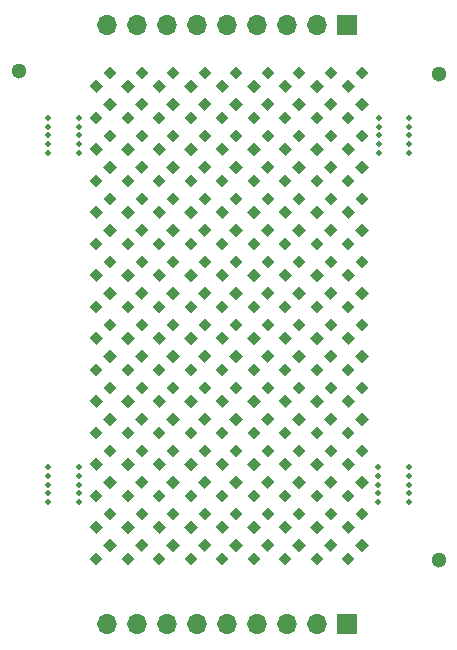
<source format=gbr>
G04 #@! TF.GenerationSoftware,KiCad,Pcbnew,(5.1.12-1-10_14)*
G04 #@! TF.CreationDate,2021-12-27T13:20:27-05:00*
G04 #@! TF.ProjectId,ledtrix,6c656474-7269-4782-9e6b-696361645f70,rev?*
G04 #@! TF.SameCoordinates,Original*
G04 #@! TF.FileFunction,Soldermask,Top*
G04 #@! TF.FilePolarity,Negative*
%FSLAX46Y46*%
G04 Gerber Fmt 4.6, Leading zero omitted, Abs format (unit mm)*
G04 Created by KiCad (PCBNEW (5.1.12-1-10_14)) date 2021-12-27 13:20:27*
%MOMM*%
%LPD*%
G01*
G04 APERTURE LIST*
%ADD10C,1.300000*%
%ADD11C,0.500000*%
%ADD12O,1.700000X1.700000*%
%ADD13R,1.700000X1.700000*%
%ADD14C,0.100000*%
G04 APERTURE END LIST*
D10*
G04 #@! TO.C,H9*
X207680000Y-103690990D03*
G04 #@! TD*
G04 #@! TO.C,H8*
X172120000Y-62288990D03*
G04 #@! TD*
G04 #@! TO.C,H7*
X207680000Y-62542990D03*
G04 #@! TD*
D11*
G04 #@! TO.C,H5*
X177200000Y-98054990D03*
X177200000Y-98054990D03*
X177200000Y-95804990D03*
X177200000Y-97304990D03*
X177200000Y-96554990D03*
X177200000Y-98804990D03*
X174600000Y-98804990D03*
X174600000Y-96554990D03*
X174600000Y-97304990D03*
X174600000Y-95804990D03*
X174600000Y-98054990D03*
X174600000Y-98054990D03*
G04 #@! TD*
G04 #@! TO.C,H4*
X205140000Y-98054990D03*
X205140000Y-98054990D03*
X205140000Y-95804990D03*
X205140000Y-97304990D03*
X205140000Y-96554990D03*
X205140000Y-98804990D03*
X202540000Y-98804990D03*
X202540000Y-96554990D03*
X202540000Y-97304990D03*
X202540000Y-95804990D03*
X202540000Y-98054990D03*
X202540000Y-98054990D03*
G04 #@! TD*
G04 #@! TO.C,H2*
X174600000Y-67000000D03*
X174600000Y-67000000D03*
X174600000Y-69250000D03*
X174600000Y-67750000D03*
X174600000Y-68500000D03*
X174600000Y-66250000D03*
X177200000Y-66250000D03*
X177200000Y-68500000D03*
X177200000Y-67750000D03*
X177200000Y-69250000D03*
X177200000Y-67000000D03*
X177200000Y-67000000D03*
G04 #@! TD*
G04 #@! TO.C,H1*
X202600000Y-67000000D03*
X202600000Y-67000000D03*
X202600000Y-69250000D03*
X202600000Y-67750000D03*
X202600000Y-68500000D03*
X202600000Y-66250000D03*
X205200000Y-66250000D03*
X205200000Y-68500000D03*
X205200000Y-67750000D03*
X205200000Y-69250000D03*
X205200000Y-67000000D03*
X205200000Y-67000000D03*
G04 #@! TD*
D12*
G04 #@! TO.C,J2*
X179575000Y-109154990D03*
X182115000Y-109154990D03*
X184655000Y-109154990D03*
X187195000Y-109154990D03*
X189735000Y-109154990D03*
X192275000Y-109154990D03*
X194815000Y-109154990D03*
X197355000Y-109154990D03*
D13*
X199895000Y-109154990D03*
G04 #@! TD*
D12*
G04 #@! TO.C,J1*
X179575000Y-58424990D03*
X182115000Y-58424990D03*
X184655000Y-58424990D03*
X187195000Y-58424990D03*
X189735000Y-58424990D03*
X192275000Y-58424990D03*
X194815000Y-58424990D03*
X197355000Y-58424990D03*
D13*
X199895000Y-58424990D03*
G04 #@! TD*
D14*
G04 #@! TO.C,D9.1*
G36*
X178705424Y-64142302D02*
G01*
X178139739Y-63576617D01*
X178705424Y-63010932D01*
X179271109Y-63576617D01*
X178705424Y-64142302D01*
G37*
G36*
X179870000Y-62995685D02*
G01*
X179304315Y-62430000D01*
X179870000Y-61864315D01*
X180435685Y-62430000D01*
X179870000Y-62995685D01*
G37*
G04 #@! TD*
G04 #@! TO.C,D3.3*
G36*
X194705424Y-69475634D02*
G01*
X194139739Y-68909949D01*
X194705424Y-68344264D01*
X195271109Y-68909949D01*
X194705424Y-69475634D01*
G37*
G36*
X195870000Y-68329017D02*
G01*
X195304315Y-67763332D01*
X195870000Y-67197647D01*
X196435685Y-67763332D01*
X195870000Y-68329017D01*
G37*
G04 #@! TD*
G04 #@! TO.C,D9.14*
G36*
X178705424Y-98808960D02*
G01*
X178139739Y-98243275D01*
X178705424Y-97677590D01*
X179271109Y-98243275D01*
X178705424Y-98808960D01*
G37*
G36*
X179870000Y-97662343D02*
G01*
X179304315Y-97096658D01*
X179870000Y-96530973D01*
X180435685Y-97096658D01*
X179870000Y-97662343D01*
G37*
G04 #@! TD*
G04 #@! TO.C,D9.13*
G36*
X178705424Y-96142294D02*
G01*
X178139739Y-95576609D01*
X178705424Y-95010924D01*
X179271109Y-95576609D01*
X178705424Y-96142294D01*
G37*
G36*
X179870000Y-94995677D02*
G01*
X179304315Y-94429992D01*
X179870000Y-93864307D01*
X180435685Y-94429992D01*
X179870000Y-94995677D01*
G37*
G04 #@! TD*
G04 #@! TO.C,D9.12*
G36*
X178705424Y-93475628D02*
G01*
X178139739Y-92909943D01*
X178705424Y-92344258D01*
X179271109Y-92909943D01*
X178705424Y-93475628D01*
G37*
G36*
X179870000Y-92329011D02*
G01*
X179304315Y-91763326D01*
X179870000Y-91197641D01*
X180435685Y-91763326D01*
X179870000Y-92329011D01*
G37*
G04 #@! TD*
G04 #@! TO.C,D9.2*
G36*
X178705424Y-66808968D02*
G01*
X178139739Y-66243283D01*
X178705424Y-65677598D01*
X179271109Y-66243283D01*
X178705424Y-66808968D01*
G37*
G36*
X179870000Y-65662351D02*
G01*
X179304315Y-65096666D01*
X179870000Y-64530981D01*
X180435685Y-65096666D01*
X179870000Y-65662351D01*
G37*
G04 #@! TD*
G04 #@! TO.C,D9.3*
G36*
X178705424Y-69475634D02*
G01*
X178139739Y-68909949D01*
X178705424Y-68344264D01*
X179271109Y-68909949D01*
X178705424Y-69475634D01*
G37*
G36*
X179870000Y-68329017D02*
G01*
X179304315Y-67763332D01*
X179870000Y-67197647D01*
X180435685Y-67763332D01*
X179870000Y-68329017D01*
G37*
G04 #@! TD*
G04 #@! TO.C,D9.4*
G36*
X178705424Y-72142300D02*
G01*
X178139739Y-71576615D01*
X178705424Y-71010930D01*
X179271109Y-71576615D01*
X178705424Y-72142300D01*
G37*
G36*
X179870000Y-70995683D02*
G01*
X179304315Y-70429998D01*
X179870000Y-69864313D01*
X180435685Y-70429998D01*
X179870000Y-70995683D01*
G37*
G04 #@! TD*
G04 #@! TO.C,D9.5*
G36*
X178705424Y-74808966D02*
G01*
X178139739Y-74243281D01*
X178705424Y-73677596D01*
X179271109Y-74243281D01*
X178705424Y-74808966D01*
G37*
G36*
X179870000Y-73662349D02*
G01*
X179304315Y-73096664D01*
X179870000Y-72530979D01*
X180435685Y-73096664D01*
X179870000Y-73662349D01*
G37*
G04 #@! TD*
G04 #@! TO.C,D9.15*
G36*
X178705424Y-101475626D02*
G01*
X178139739Y-100909941D01*
X178705424Y-100344256D01*
X179271109Y-100909941D01*
X178705424Y-101475626D01*
G37*
G36*
X179870000Y-100329009D02*
G01*
X179304315Y-99763324D01*
X179870000Y-99197639D01*
X180435685Y-99763324D01*
X179870000Y-100329009D01*
G37*
G04 #@! TD*
G04 #@! TO.C,D9.6*
G36*
X178705424Y-77475632D02*
G01*
X178139739Y-76909947D01*
X178705424Y-76344262D01*
X179271109Y-76909947D01*
X178705424Y-77475632D01*
G37*
G36*
X179870000Y-76329015D02*
G01*
X179304315Y-75763330D01*
X179870000Y-75197645D01*
X180435685Y-75763330D01*
X179870000Y-76329015D01*
G37*
G04 #@! TD*
G04 #@! TO.C,D9.7*
G36*
X178705424Y-80142298D02*
G01*
X178139739Y-79576613D01*
X178705424Y-79010928D01*
X179271109Y-79576613D01*
X178705424Y-80142298D01*
G37*
G36*
X179870000Y-78995681D02*
G01*
X179304315Y-78429996D01*
X179870000Y-77864311D01*
X180435685Y-78429996D01*
X179870000Y-78995681D01*
G37*
G04 #@! TD*
G04 #@! TO.C,D9.8*
G36*
X178705424Y-82808964D02*
G01*
X178139739Y-82243279D01*
X178705424Y-81677594D01*
X179271109Y-82243279D01*
X178705424Y-82808964D01*
G37*
G36*
X179870000Y-81662347D02*
G01*
X179304315Y-81096662D01*
X179870000Y-80530977D01*
X180435685Y-81096662D01*
X179870000Y-81662347D01*
G37*
G04 #@! TD*
G04 #@! TO.C,D9.9*
G36*
X178705424Y-85475630D02*
G01*
X178139739Y-84909945D01*
X178705424Y-84344260D01*
X179271109Y-84909945D01*
X178705424Y-85475630D01*
G37*
G36*
X179870000Y-84329013D02*
G01*
X179304315Y-83763328D01*
X179870000Y-83197643D01*
X180435685Y-83763328D01*
X179870000Y-84329013D01*
G37*
G04 #@! TD*
G04 #@! TO.C,D9.10*
G36*
X178705424Y-88142296D02*
G01*
X178139739Y-87576611D01*
X178705424Y-87010926D01*
X179271109Y-87576611D01*
X178705424Y-88142296D01*
G37*
G36*
X179870000Y-86995679D02*
G01*
X179304315Y-86429994D01*
X179870000Y-85864309D01*
X180435685Y-86429994D01*
X179870000Y-86995679D01*
G37*
G04 #@! TD*
G04 #@! TO.C,D9.11*
G36*
X178705424Y-90808962D02*
G01*
X178139739Y-90243277D01*
X178705424Y-89677592D01*
X179271109Y-90243277D01*
X178705424Y-90808962D01*
G37*
G36*
X179870000Y-89662345D02*
G01*
X179304315Y-89096660D01*
X179870000Y-88530975D01*
X180435685Y-89096660D01*
X179870000Y-89662345D01*
G37*
G04 #@! TD*
G04 #@! TO.C,D9.16*
G36*
X178705424Y-104142292D02*
G01*
X178139739Y-103576607D01*
X178705424Y-103010922D01*
X179271109Y-103576607D01*
X178705424Y-104142292D01*
G37*
G36*
X179870000Y-102995675D02*
G01*
X179304315Y-102429990D01*
X179870000Y-101864305D01*
X180435685Y-102429990D01*
X179870000Y-102995675D01*
G37*
G04 #@! TD*
G04 #@! TO.C,D8.14*
G36*
X181375424Y-98808960D02*
G01*
X180809739Y-98243275D01*
X181375424Y-97677590D01*
X181941109Y-98243275D01*
X181375424Y-98808960D01*
G37*
G36*
X182540000Y-97662343D02*
G01*
X181974315Y-97096658D01*
X182540000Y-96530973D01*
X183105685Y-97096658D01*
X182540000Y-97662343D01*
G37*
G04 #@! TD*
G04 #@! TO.C,D8.13*
G36*
X181375424Y-96142294D02*
G01*
X180809739Y-95576609D01*
X181375424Y-95010924D01*
X181941109Y-95576609D01*
X181375424Y-96142294D01*
G37*
G36*
X182540000Y-94995677D02*
G01*
X181974315Y-94429992D01*
X182540000Y-93864307D01*
X183105685Y-94429992D01*
X182540000Y-94995677D01*
G37*
G04 #@! TD*
G04 #@! TO.C,D8.12*
G36*
X181375424Y-93475628D02*
G01*
X180809739Y-92909943D01*
X181375424Y-92344258D01*
X181941109Y-92909943D01*
X181375424Y-93475628D01*
G37*
G36*
X182540000Y-92329011D02*
G01*
X181974315Y-91763326D01*
X182540000Y-91197641D01*
X183105685Y-91763326D01*
X182540000Y-92329011D01*
G37*
G04 #@! TD*
G04 #@! TO.C,D8.1*
G36*
X181375424Y-64142302D02*
G01*
X180809739Y-63576617D01*
X181375424Y-63010932D01*
X181941109Y-63576617D01*
X181375424Y-64142302D01*
G37*
G36*
X182540000Y-62995685D02*
G01*
X181974315Y-62430000D01*
X182540000Y-61864315D01*
X183105685Y-62430000D01*
X182540000Y-62995685D01*
G37*
G04 #@! TD*
G04 #@! TO.C,D8.2*
G36*
X181375424Y-66808968D02*
G01*
X180809739Y-66243283D01*
X181375424Y-65677598D01*
X181941109Y-66243283D01*
X181375424Y-66808968D01*
G37*
G36*
X182540000Y-65662351D02*
G01*
X181974315Y-65096666D01*
X182540000Y-64530981D01*
X183105685Y-65096666D01*
X182540000Y-65662351D01*
G37*
G04 #@! TD*
G04 #@! TO.C,D8.3*
G36*
X181375424Y-69475634D02*
G01*
X180809739Y-68909949D01*
X181375424Y-68344264D01*
X181941109Y-68909949D01*
X181375424Y-69475634D01*
G37*
G36*
X182540000Y-68329017D02*
G01*
X181974315Y-67763332D01*
X182540000Y-67197647D01*
X183105685Y-67763332D01*
X182540000Y-68329017D01*
G37*
G04 #@! TD*
G04 #@! TO.C,D8.4*
G36*
X181375424Y-72142300D02*
G01*
X180809739Y-71576615D01*
X181375424Y-71010930D01*
X181941109Y-71576615D01*
X181375424Y-72142300D01*
G37*
G36*
X182540000Y-70995683D02*
G01*
X181974315Y-70429998D01*
X182540000Y-69864313D01*
X183105685Y-70429998D01*
X182540000Y-70995683D01*
G37*
G04 #@! TD*
G04 #@! TO.C,D8.5*
G36*
X181375424Y-74808966D02*
G01*
X180809739Y-74243281D01*
X181375424Y-73677596D01*
X181941109Y-74243281D01*
X181375424Y-74808966D01*
G37*
G36*
X182540000Y-73662349D02*
G01*
X181974315Y-73096664D01*
X182540000Y-72530979D01*
X183105685Y-73096664D01*
X182540000Y-73662349D01*
G37*
G04 #@! TD*
G04 #@! TO.C,D8.15*
G36*
X181375424Y-101475626D02*
G01*
X180809739Y-100909941D01*
X181375424Y-100344256D01*
X181941109Y-100909941D01*
X181375424Y-101475626D01*
G37*
G36*
X182540000Y-100329009D02*
G01*
X181974315Y-99763324D01*
X182540000Y-99197639D01*
X183105685Y-99763324D01*
X182540000Y-100329009D01*
G37*
G04 #@! TD*
G04 #@! TO.C,D8.6*
G36*
X181375424Y-77475632D02*
G01*
X180809739Y-76909947D01*
X181375424Y-76344262D01*
X181941109Y-76909947D01*
X181375424Y-77475632D01*
G37*
G36*
X182540000Y-76329015D02*
G01*
X181974315Y-75763330D01*
X182540000Y-75197645D01*
X183105685Y-75763330D01*
X182540000Y-76329015D01*
G37*
G04 #@! TD*
G04 #@! TO.C,D8.7*
G36*
X181375424Y-80142298D02*
G01*
X180809739Y-79576613D01*
X181375424Y-79010928D01*
X181941109Y-79576613D01*
X181375424Y-80142298D01*
G37*
G36*
X182540000Y-78995681D02*
G01*
X181974315Y-78429996D01*
X182540000Y-77864311D01*
X183105685Y-78429996D01*
X182540000Y-78995681D01*
G37*
G04 #@! TD*
G04 #@! TO.C,D8.8*
G36*
X181375424Y-82808964D02*
G01*
X180809739Y-82243279D01*
X181375424Y-81677594D01*
X181941109Y-82243279D01*
X181375424Y-82808964D01*
G37*
G36*
X182540000Y-81662347D02*
G01*
X181974315Y-81096662D01*
X182540000Y-80530977D01*
X183105685Y-81096662D01*
X182540000Y-81662347D01*
G37*
G04 #@! TD*
G04 #@! TO.C,D8.9*
G36*
X181375424Y-85475630D02*
G01*
X180809739Y-84909945D01*
X181375424Y-84344260D01*
X181941109Y-84909945D01*
X181375424Y-85475630D01*
G37*
G36*
X182540000Y-84329013D02*
G01*
X181974315Y-83763328D01*
X182540000Y-83197643D01*
X183105685Y-83763328D01*
X182540000Y-84329013D01*
G37*
G04 #@! TD*
G04 #@! TO.C,D8.10*
G36*
X181375424Y-88142296D02*
G01*
X180809739Y-87576611D01*
X181375424Y-87010926D01*
X181941109Y-87576611D01*
X181375424Y-88142296D01*
G37*
G36*
X182540000Y-86995679D02*
G01*
X181974315Y-86429994D01*
X182540000Y-85864309D01*
X183105685Y-86429994D01*
X182540000Y-86995679D01*
G37*
G04 #@! TD*
G04 #@! TO.C,D8.11*
G36*
X181375424Y-90808962D02*
G01*
X180809739Y-90243277D01*
X181375424Y-89677592D01*
X181941109Y-90243277D01*
X181375424Y-90808962D01*
G37*
G36*
X182540000Y-89662345D02*
G01*
X181974315Y-89096660D01*
X182540000Y-88530975D01*
X183105685Y-89096660D01*
X182540000Y-89662345D01*
G37*
G04 #@! TD*
G04 #@! TO.C,D8.16*
G36*
X181375424Y-104142292D02*
G01*
X180809739Y-103576607D01*
X181375424Y-103010922D01*
X181941109Y-103576607D01*
X181375424Y-104142292D01*
G37*
G36*
X182540000Y-102995675D02*
G01*
X181974315Y-102429990D01*
X182540000Y-101864305D01*
X183105685Y-102429990D01*
X182540000Y-102995675D01*
G37*
G04 #@! TD*
G04 #@! TO.C,D7.14*
G36*
X184045424Y-98808960D02*
G01*
X183479739Y-98243275D01*
X184045424Y-97677590D01*
X184611109Y-98243275D01*
X184045424Y-98808960D01*
G37*
G36*
X185210000Y-97662343D02*
G01*
X184644315Y-97096658D01*
X185210000Y-96530973D01*
X185775685Y-97096658D01*
X185210000Y-97662343D01*
G37*
G04 #@! TD*
G04 #@! TO.C,D7.13*
G36*
X184045424Y-96142294D02*
G01*
X183479739Y-95576609D01*
X184045424Y-95010924D01*
X184611109Y-95576609D01*
X184045424Y-96142294D01*
G37*
G36*
X185210000Y-94995677D02*
G01*
X184644315Y-94429992D01*
X185210000Y-93864307D01*
X185775685Y-94429992D01*
X185210000Y-94995677D01*
G37*
G04 #@! TD*
G04 #@! TO.C,D7.12*
G36*
X184045424Y-93475628D02*
G01*
X183479739Y-92909943D01*
X184045424Y-92344258D01*
X184611109Y-92909943D01*
X184045424Y-93475628D01*
G37*
G36*
X185210000Y-92329011D02*
G01*
X184644315Y-91763326D01*
X185210000Y-91197641D01*
X185775685Y-91763326D01*
X185210000Y-92329011D01*
G37*
G04 #@! TD*
G04 #@! TO.C,D7.1*
G36*
X184045424Y-64142302D02*
G01*
X183479739Y-63576617D01*
X184045424Y-63010932D01*
X184611109Y-63576617D01*
X184045424Y-64142302D01*
G37*
G36*
X185210000Y-62995685D02*
G01*
X184644315Y-62430000D01*
X185210000Y-61864315D01*
X185775685Y-62430000D01*
X185210000Y-62995685D01*
G37*
G04 #@! TD*
G04 #@! TO.C,D7.2*
G36*
X184045424Y-66808968D02*
G01*
X183479739Y-66243283D01*
X184045424Y-65677598D01*
X184611109Y-66243283D01*
X184045424Y-66808968D01*
G37*
G36*
X185210000Y-65662351D02*
G01*
X184644315Y-65096666D01*
X185210000Y-64530981D01*
X185775685Y-65096666D01*
X185210000Y-65662351D01*
G37*
G04 #@! TD*
G04 #@! TO.C,D7.3*
G36*
X184045424Y-69475634D02*
G01*
X183479739Y-68909949D01*
X184045424Y-68344264D01*
X184611109Y-68909949D01*
X184045424Y-69475634D01*
G37*
G36*
X185210000Y-68329017D02*
G01*
X184644315Y-67763332D01*
X185210000Y-67197647D01*
X185775685Y-67763332D01*
X185210000Y-68329017D01*
G37*
G04 #@! TD*
G04 #@! TO.C,D7.4*
G36*
X184045424Y-72142300D02*
G01*
X183479739Y-71576615D01*
X184045424Y-71010930D01*
X184611109Y-71576615D01*
X184045424Y-72142300D01*
G37*
G36*
X185210000Y-70995683D02*
G01*
X184644315Y-70429998D01*
X185210000Y-69864313D01*
X185775685Y-70429998D01*
X185210000Y-70995683D01*
G37*
G04 #@! TD*
G04 #@! TO.C,D7.5*
G36*
X184045424Y-74808966D02*
G01*
X183479739Y-74243281D01*
X184045424Y-73677596D01*
X184611109Y-74243281D01*
X184045424Y-74808966D01*
G37*
G36*
X185210000Y-73662349D02*
G01*
X184644315Y-73096664D01*
X185210000Y-72530979D01*
X185775685Y-73096664D01*
X185210000Y-73662349D01*
G37*
G04 #@! TD*
G04 #@! TO.C,D7.15*
G36*
X184045424Y-101475626D02*
G01*
X183479739Y-100909941D01*
X184045424Y-100344256D01*
X184611109Y-100909941D01*
X184045424Y-101475626D01*
G37*
G36*
X185210000Y-100329009D02*
G01*
X184644315Y-99763324D01*
X185210000Y-99197639D01*
X185775685Y-99763324D01*
X185210000Y-100329009D01*
G37*
G04 #@! TD*
G04 #@! TO.C,D7.6*
G36*
X184045424Y-77475632D02*
G01*
X183479739Y-76909947D01*
X184045424Y-76344262D01*
X184611109Y-76909947D01*
X184045424Y-77475632D01*
G37*
G36*
X185210000Y-76329015D02*
G01*
X184644315Y-75763330D01*
X185210000Y-75197645D01*
X185775685Y-75763330D01*
X185210000Y-76329015D01*
G37*
G04 #@! TD*
G04 #@! TO.C,D7.7*
G36*
X184045424Y-80142298D02*
G01*
X183479739Y-79576613D01*
X184045424Y-79010928D01*
X184611109Y-79576613D01*
X184045424Y-80142298D01*
G37*
G36*
X185210000Y-78995681D02*
G01*
X184644315Y-78429996D01*
X185210000Y-77864311D01*
X185775685Y-78429996D01*
X185210000Y-78995681D01*
G37*
G04 #@! TD*
G04 #@! TO.C,D7.8*
G36*
X184045424Y-82808964D02*
G01*
X183479739Y-82243279D01*
X184045424Y-81677594D01*
X184611109Y-82243279D01*
X184045424Y-82808964D01*
G37*
G36*
X185210000Y-81662347D02*
G01*
X184644315Y-81096662D01*
X185210000Y-80530977D01*
X185775685Y-81096662D01*
X185210000Y-81662347D01*
G37*
G04 #@! TD*
G04 #@! TO.C,D7.9*
G36*
X184045424Y-85475630D02*
G01*
X183479739Y-84909945D01*
X184045424Y-84344260D01*
X184611109Y-84909945D01*
X184045424Y-85475630D01*
G37*
G36*
X185210000Y-84329013D02*
G01*
X184644315Y-83763328D01*
X185210000Y-83197643D01*
X185775685Y-83763328D01*
X185210000Y-84329013D01*
G37*
G04 #@! TD*
G04 #@! TO.C,D7.10*
G36*
X184045424Y-88142296D02*
G01*
X183479739Y-87576611D01*
X184045424Y-87010926D01*
X184611109Y-87576611D01*
X184045424Y-88142296D01*
G37*
G36*
X185210000Y-86995679D02*
G01*
X184644315Y-86429994D01*
X185210000Y-85864309D01*
X185775685Y-86429994D01*
X185210000Y-86995679D01*
G37*
G04 #@! TD*
G04 #@! TO.C,D7.11*
G36*
X184045424Y-90808962D02*
G01*
X183479739Y-90243277D01*
X184045424Y-89677592D01*
X184611109Y-90243277D01*
X184045424Y-90808962D01*
G37*
G36*
X185210000Y-89662345D02*
G01*
X184644315Y-89096660D01*
X185210000Y-88530975D01*
X185775685Y-89096660D01*
X185210000Y-89662345D01*
G37*
G04 #@! TD*
G04 #@! TO.C,D7.16*
G36*
X184045424Y-104142292D02*
G01*
X183479739Y-103576607D01*
X184045424Y-103010922D01*
X184611109Y-103576607D01*
X184045424Y-104142292D01*
G37*
G36*
X185210000Y-102995675D02*
G01*
X184644315Y-102429990D01*
X185210000Y-101864305D01*
X185775685Y-102429990D01*
X185210000Y-102995675D01*
G37*
G04 #@! TD*
G04 #@! TO.C,D6.14*
G36*
X186705424Y-98808960D02*
G01*
X186139739Y-98243275D01*
X186705424Y-97677590D01*
X187271109Y-98243275D01*
X186705424Y-98808960D01*
G37*
G36*
X187870000Y-97662343D02*
G01*
X187304315Y-97096658D01*
X187870000Y-96530973D01*
X188435685Y-97096658D01*
X187870000Y-97662343D01*
G37*
G04 #@! TD*
G04 #@! TO.C,D6.13*
G36*
X186705424Y-96142294D02*
G01*
X186139739Y-95576609D01*
X186705424Y-95010924D01*
X187271109Y-95576609D01*
X186705424Y-96142294D01*
G37*
G36*
X187870000Y-94995677D02*
G01*
X187304315Y-94429992D01*
X187870000Y-93864307D01*
X188435685Y-94429992D01*
X187870000Y-94995677D01*
G37*
G04 #@! TD*
G04 #@! TO.C,D6.12*
G36*
X186705424Y-93475628D02*
G01*
X186139739Y-92909943D01*
X186705424Y-92344258D01*
X187271109Y-92909943D01*
X186705424Y-93475628D01*
G37*
G36*
X187870000Y-92329011D02*
G01*
X187304315Y-91763326D01*
X187870000Y-91197641D01*
X188435685Y-91763326D01*
X187870000Y-92329011D01*
G37*
G04 #@! TD*
G04 #@! TO.C,D6.1*
G36*
X186705424Y-64142302D02*
G01*
X186139739Y-63576617D01*
X186705424Y-63010932D01*
X187271109Y-63576617D01*
X186705424Y-64142302D01*
G37*
G36*
X187870000Y-62995685D02*
G01*
X187304315Y-62430000D01*
X187870000Y-61864315D01*
X188435685Y-62430000D01*
X187870000Y-62995685D01*
G37*
G04 #@! TD*
G04 #@! TO.C,D6.2*
G36*
X186705424Y-66808968D02*
G01*
X186139739Y-66243283D01*
X186705424Y-65677598D01*
X187271109Y-66243283D01*
X186705424Y-66808968D01*
G37*
G36*
X187870000Y-65662351D02*
G01*
X187304315Y-65096666D01*
X187870000Y-64530981D01*
X188435685Y-65096666D01*
X187870000Y-65662351D01*
G37*
G04 #@! TD*
G04 #@! TO.C,D6.3*
G36*
X186705424Y-69475634D02*
G01*
X186139739Y-68909949D01*
X186705424Y-68344264D01*
X187271109Y-68909949D01*
X186705424Y-69475634D01*
G37*
G36*
X187870000Y-68329017D02*
G01*
X187304315Y-67763332D01*
X187870000Y-67197647D01*
X188435685Y-67763332D01*
X187870000Y-68329017D01*
G37*
G04 #@! TD*
G04 #@! TO.C,D6.4*
G36*
X186705424Y-72142300D02*
G01*
X186139739Y-71576615D01*
X186705424Y-71010930D01*
X187271109Y-71576615D01*
X186705424Y-72142300D01*
G37*
G36*
X187870000Y-70995683D02*
G01*
X187304315Y-70429998D01*
X187870000Y-69864313D01*
X188435685Y-70429998D01*
X187870000Y-70995683D01*
G37*
G04 #@! TD*
G04 #@! TO.C,D6.5*
G36*
X186705424Y-74808966D02*
G01*
X186139739Y-74243281D01*
X186705424Y-73677596D01*
X187271109Y-74243281D01*
X186705424Y-74808966D01*
G37*
G36*
X187870000Y-73662349D02*
G01*
X187304315Y-73096664D01*
X187870000Y-72530979D01*
X188435685Y-73096664D01*
X187870000Y-73662349D01*
G37*
G04 #@! TD*
G04 #@! TO.C,D6.15*
G36*
X186705424Y-101475626D02*
G01*
X186139739Y-100909941D01*
X186705424Y-100344256D01*
X187271109Y-100909941D01*
X186705424Y-101475626D01*
G37*
G36*
X187870000Y-100329009D02*
G01*
X187304315Y-99763324D01*
X187870000Y-99197639D01*
X188435685Y-99763324D01*
X187870000Y-100329009D01*
G37*
G04 #@! TD*
G04 #@! TO.C,D6.6*
G36*
X186705424Y-77475632D02*
G01*
X186139739Y-76909947D01*
X186705424Y-76344262D01*
X187271109Y-76909947D01*
X186705424Y-77475632D01*
G37*
G36*
X187870000Y-76329015D02*
G01*
X187304315Y-75763330D01*
X187870000Y-75197645D01*
X188435685Y-75763330D01*
X187870000Y-76329015D01*
G37*
G04 #@! TD*
G04 #@! TO.C,D6.7*
G36*
X186705424Y-80142298D02*
G01*
X186139739Y-79576613D01*
X186705424Y-79010928D01*
X187271109Y-79576613D01*
X186705424Y-80142298D01*
G37*
G36*
X187870000Y-78995681D02*
G01*
X187304315Y-78429996D01*
X187870000Y-77864311D01*
X188435685Y-78429996D01*
X187870000Y-78995681D01*
G37*
G04 #@! TD*
G04 #@! TO.C,D6.8*
G36*
X186705424Y-82808964D02*
G01*
X186139739Y-82243279D01*
X186705424Y-81677594D01*
X187271109Y-82243279D01*
X186705424Y-82808964D01*
G37*
G36*
X187870000Y-81662347D02*
G01*
X187304315Y-81096662D01*
X187870000Y-80530977D01*
X188435685Y-81096662D01*
X187870000Y-81662347D01*
G37*
G04 #@! TD*
G04 #@! TO.C,D6.9*
G36*
X186705424Y-85475630D02*
G01*
X186139739Y-84909945D01*
X186705424Y-84344260D01*
X187271109Y-84909945D01*
X186705424Y-85475630D01*
G37*
G36*
X187870000Y-84329013D02*
G01*
X187304315Y-83763328D01*
X187870000Y-83197643D01*
X188435685Y-83763328D01*
X187870000Y-84329013D01*
G37*
G04 #@! TD*
G04 #@! TO.C,D6.10*
G36*
X186705424Y-88142296D02*
G01*
X186139739Y-87576611D01*
X186705424Y-87010926D01*
X187271109Y-87576611D01*
X186705424Y-88142296D01*
G37*
G36*
X187870000Y-86995679D02*
G01*
X187304315Y-86429994D01*
X187870000Y-85864309D01*
X188435685Y-86429994D01*
X187870000Y-86995679D01*
G37*
G04 #@! TD*
G04 #@! TO.C,D6.11*
G36*
X186705424Y-90808962D02*
G01*
X186139739Y-90243277D01*
X186705424Y-89677592D01*
X187271109Y-90243277D01*
X186705424Y-90808962D01*
G37*
G36*
X187870000Y-89662345D02*
G01*
X187304315Y-89096660D01*
X187870000Y-88530975D01*
X188435685Y-89096660D01*
X187870000Y-89662345D01*
G37*
G04 #@! TD*
G04 #@! TO.C,D6.16*
G36*
X186705424Y-104142292D02*
G01*
X186139739Y-103576607D01*
X186705424Y-103010922D01*
X187271109Y-103576607D01*
X186705424Y-104142292D01*
G37*
G36*
X187870000Y-102995675D02*
G01*
X187304315Y-102429990D01*
X187870000Y-101864305D01*
X188435685Y-102429990D01*
X187870000Y-102995675D01*
G37*
G04 #@! TD*
G04 #@! TO.C,D5.14*
G36*
X189375424Y-98808960D02*
G01*
X188809739Y-98243275D01*
X189375424Y-97677590D01*
X189941109Y-98243275D01*
X189375424Y-98808960D01*
G37*
G36*
X190540000Y-97662343D02*
G01*
X189974315Y-97096658D01*
X190540000Y-96530973D01*
X191105685Y-97096658D01*
X190540000Y-97662343D01*
G37*
G04 #@! TD*
G04 #@! TO.C,D5.13*
G36*
X189375424Y-96142294D02*
G01*
X188809739Y-95576609D01*
X189375424Y-95010924D01*
X189941109Y-95576609D01*
X189375424Y-96142294D01*
G37*
G36*
X190540000Y-94995677D02*
G01*
X189974315Y-94429992D01*
X190540000Y-93864307D01*
X191105685Y-94429992D01*
X190540000Y-94995677D01*
G37*
G04 #@! TD*
G04 #@! TO.C,D5.12*
G36*
X189375424Y-93475628D02*
G01*
X188809739Y-92909943D01*
X189375424Y-92344258D01*
X189941109Y-92909943D01*
X189375424Y-93475628D01*
G37*
G36*
X190540000Y-92329011D02*
G01*
X189974315Y-91763326D01*
X190540000Y-91197641D01*
X191105685Y-91763326D01*
X190540000Y-92329011D01*
G37*
G04 #@! TD*
G04 #@! TO.C,D5.1*
G36*
X189375424Y-64142302D02*
G01*
X188809739Y-63576617D01*
X189375424Y-63010932D01*
X189941109Y-63576617D01*
X189375424Y-64142302D01*
G37*
G36*
X190540000Y-62995685D02*
G01*
X189974315Y-62430000D01*
X190540000Y-61864315D01*
X191105685Y-62430000D01*
X190540000Y-62995685D01*
G37*
G04 #@! TD*
G04 #@! TO.C,D5.2*
G36*
X189375424Y-66808968D02*
G01*
X188809739Y-66243283D01*
X189375424Y-65677598D01*
X189941109Y-66243283D01*
X189375424Y-66808968D01*
G37*
G36*
X190540000Y-65662351D02*
G01*
X189974315Y-65096666D01*
X190540000Y-64530981D01*
X191105685Y-65096666D01*
X190540000Y-65662351D01*
G37*
G04 #@! TD*
G04 #@! TO.C,D5.3*
G36*
X189375424Y-69475634D02*
G01*
X188809739Y-68909949D01*
X189375424Y-68344264D01*
X189941109Y-68909949D01*
X189375424Y-69475634D01*
G37*
G36*
X190540000Y-68329017D02*
G01*
X189974315Y-67763332D01*
X190540000Y-67197647D01*
X191105685Y-67763332D01*
X190540000Y-68329017D01*
G37*
G04 #@! TD*
G04 #@! TO.C,D5.4*
G36*
X189375424Y-72142300D02*
G01*
X188809739Y-71576615D01*
X189375424Y-71010930D01*
X189941109Y-71576615D01*
X189375424Y-72142300D01*
G37*
G36*
X190540000Y-70995683D02*
G01*
X189974315Y-70429998D01*
X190540000Y-69864313D01*
X191105685Y-70429998D01*
X190540000Y-70995683D01*
G37*
G04 #@! TD*
G04 #@! TO.C,D5.5*
G36*
X189375424Y-74808966D02*
G01*
X188809739Y-74243281D01*
X189375424Y-73677596D01*
X189941109Y-74243281D01*
X189375424Y-74808966D01*
G37*
G36*
X190540000Y-73662349D02*
G01*
X189974315Y-73096664D01*
X190540000Y-72530979D01*
X191105685Y-73096664D01*
X190540000Y-73662349D01*
G37*
G04 #@! TD*
G04 #@! TO.C,D5.15*
G36*
X189375424Y-101475626D02*
G01*
X188809739Y-100909941D01*
X189375424Y-100344256D01*
X189941109Y-100909941D01*
X189375424Y-101475626D01*
G37*
G36*
X190540000Y-100329009D02*
G01*
X189974315Y-99763324D01*
X190540000Y-99197639D01*
X191105685Y-99763324D01*
X190540000Y-100329009D01*
G37*
G04 #@! TD*
G04 #@! TO.C,D5.6*
G36*
X189375424Y-77475632D02*
G01*
X188809739Y-76909947D01*
X189375424Y-76344262D01*
X189941109Y-76909947D01*
X189375424Y-77475632D01*
G37*
G36*
X190540000Y-76329015D02*
G01*
X189974315Y-75763330D01*
X190540000Y-75197645D01*
X191105685Y-75763330D01*
X190540000Y-76329015D01*
G37*
G04 #@! TD*
G04 #@! TO.C,D5.7*
G36*
X189375424Y-80142298D02*
G01*
X188809739Y-79576613D01*
X189375424Y-79010928D01*
X189941109Y-79576613D01*
X189375424Y-80142298D01*
G37*
G36*
X190540000Y-78995681D02*
G01*
X189974315Y-78429996D01*
X190540000Y-77864311D01*
X191105685Y-78429996D01*
X190540000Y-78995681D01*
G37*
G04 #@! TD*
G04 #@! TO.C,D5.8*
G36*
X189375424Y-82808964D02*
G01*
X188809739Y-82243279D01*
X189375424Y-81677594D01*
X189941109Y-82243279D01*
X189375424Y-82808964D01*
G37*
G36*
X190540000Y-81662347D02*
G01*
X189974315Y-81096662D01*
X190540000Y-80530977D01*
X191105685Y-81096662D01*
X190540000Y-81662347D01*
G37*
G04 #@! TD*
G04 #@! TO.C,D5.9*
G36*
X189375424Y-85475630D02*
G01*
X188809739Y-84909945D01*
X189375424Y-84344260D01*
X189941109Y-84909945D01*
X189375424Y-85475630D01*
G37*
G36*
X190540000Y-84329013D02*
G01*
X189974315Y-83763328D01*
X190540000Y-83197643D01*
X191105685Y-83763328D01*
X190540000Y-84329013D01*
G37*
G04 #@! TD*
G04 #@! TO.C,D5.10*
G36*
X189375424Y-88142296D02*
G01*
X188809739Y-87576611D01*
X189375424Y-87010926D01*
X189941109Y-87576611D01*
X189375424Y-88142296D01*
G37*
G36*
X190540000Y-86995679D02*
G01*
X189974315Y-86429994D01*
X190540000Y-85864309D01*
X191105685Y-86429994D01*
X190540000Y-86995679D01*
G37*
G04 #@! TD*
G04 #@! TO.C,D5.11*
G36*
X189375424Y-90808962D02*
G01*
X188809739Y-90243277D01*
X189375424Y-89677592D01*
X189941109Y-90243277D01*
X189375424Y-90808962D01*
G37*
G36*
X190540000Y-89662345D02*
G01*
X189974315Y-89096660D01*
X190540000Y-88530975D01*
X191105685Y-89096660D01*
X190540000Y-89662345D01*
G37*
G04 #@! TD*
G04 #@! TO.C,D5.16*
G36*
X189375424Y-104142292D02*
G01*
X188809739Y-103576607D01*
X189375424Y-103010922D01*
X189941109Y-103576607D01*
X189375424Y-104142292D01*
G37*
G36*
X190540000Y-102995675D02*
G01*
X189974315Y-102429990D01*
X190540000Y-101864305D01*
X191105685Y-102429990D01*
X190540000Y-102995675D01*
G37*
G04 #@! TD*
G04 #@! TO.C,D4.14*
G36*
X192045424Y-98808960D02*
G01*
X191479739Y-98243275D01*
X192045424Y-97677590D01*
X192611109Y-98243275D01*
X192045424Y-98808960D01*
G37*
G36*
X193210000Y-97662343D02*
G01*
X192644315Y-97096658D01*
X193210000Y-96530973D01*
X193775685Y-97096658D01*
X193210000Y-97662343D01*
G37*
G04 #@! TD*
G04 #@! TO.C,D4.13*
G36*
X192045424Y-96142294D02*
G01*
X191479739Y-95576609D01*
X192045424Y-95010924D01*
X192611109Y-95576609D01*
X192045424Y-96142294D01*
G37*
G36*
X193210000Y-94995677D02*
G01*
X192644315Y-94429992D01*
X193210000Y-93864307D01*
X193775685Y-94429992D01*
X193210000Y-94995677D01*
G37*
G04 #@! TD*
G04 #@! TO.C,D4.12*
G36*
X192045424Y-93475628D02*
G01*
X191479739Y-92909943D01*
X192045424Y-92344258D01*
X192611109Y-92909943D01*
X192045424Y-93475628D01*
G37*
G36*
X193210000Y-92329011D02*
G01*
X192644315Y-91763326D01*
X193210000Y-91197641D01*
X193775685Y-91763326D01*
X193210000Y-92329011D01*
G37*
G04 #@! TD*
G04 #@! TO.C,D4.1*
G36*
X192045424Y-64142302D02*
G01*
X191479739Y-63576617D01*
X192045424Y-63010932D01*
X192611109Y-63576617D01*
X192045424Y-64142302D01*
G37*
G36*
X193210000Y-62995685D02*
G01*
X192644315Y-62430000D01*
X193210000Y-61864315D01*
X193775685Y-62430000D01*
X193210000Y-62995685D01*
G37*
G04 #@! TD*
G04 #@! TO.C,D4.2*
G36*
X192045424Y-66808968D02*
G01*
X191479739Y-66243283D01*
X192045424Y-65677598D01*
X192611109Y-66243283D01*
X192045424Y-66808968D01*
G37*
G36*
X193210000Y-65662351D02*
G01*
X192644315Y-65096666D01*
X193210000Y-64530981D01*
X193775685Y-65096666D01*
X193210000Y-65662351D01*
G37*
G04 #@! TD*
G04 #@! TO.C,D4.3*
G36*
X192045424Y-69475634D02*
G01*
X191479739Y-68909949D01*
X192045424Y-68344264D01*
X192611109Y-68909949D01*
X192045424Y-69475634D01*
G37*
G36*
X193210000Y-68329017D02*
G01*
X192644315Y-67763332D01*
X193210000Y-67197647D01*
X193775685Y-67763332D01*
X193210000Y-68329017D01*
G37*
G04 #@! TD*
G04 #@! TO.C,D4.4*
G36*
X192045424Y-72142300D02*
G01*
X191479739Y-71576615D01*
X192045424Y-71010930D01*
X192611109Y-71576615D01*
X192045424Y-72142300D01*
G37*
G36*
X193210000Y-70995683D02*
G01*
X192644315Y-70429998D01*
X193210000Y-69864313D01*
X193775685Y-70429998D01*
X193210000Y-70995683D01*
G37*
G04 #@! TD*
G04 #@! TO.C,D4.5*
G36*
X192045424Y-74808966D02*
G01*
X191479739Y-74243281D01*
X192045424Y-73677596D01*
X192611109Y-74243281D01*
X192045424Y-74808966D01*
G37*
G36*
X193210000Y-73662349D02*
G01*
X192644315Y-73096664D01*
X193210000Y-72530979D01*
X193775685Y-73096664D01*
X193210000Y-73662349D01*
G37*
G04 #@! TD*
G04 #@! TO.C,D4.15*
G36*
X192045424Y-101475626D02*
G01*
X191479739Y-100909941D01*
X192045424Y-100344256D01*
X192611109Y-100909941D01*
X192045424Y-101475626D01*
G37*
G36*
X193210000Y-100329009D02*
G01*
X192644315Y-99763324D01*
X193210000Y-99197639D01*
X193775685Y-99763324D01*
X193210000Y-100329009D01*
G37*
G04 #@! TD*
G04 #@! TO.C,D4.6*
G36*
X192045424Y-77475632D02*
G01*
X191479739Y-76909947D01*
X192045424Y-76344262D01*
X192611109Y-76909947D01*
X192045424Y-77475632D01*
G37*
G36*
X193210000Y-76329015D02*
G01*
X192644315Y-75763330D01*
X193210000Y-75197645D01*
X193775685Y-75763330D01*
X193210000Y-76329015D01*
G37*
G04 #@! TD*
G04 #@! TO.C,D4.7*
G36*
X192045424Y-80142298D02*
G01*
X191479739Y-79576613D01*
X192045424Y-79010928D01*
X192611109Y-79576613D01*
X192045424Y-80142298D01*
G37*
G36*
X193210000Y-78995681D02*
G01*
X192644315Y-78429996D01*
X193210000Y-77864311D01*
X193775685Y-78429996D01*
X193210000Y-78995681D01*
G37*
G04 #@! TD*
G04 #@! TO.C,D4.8*
G36*
X192045424Y-82808964D02*
G01*
X191479739Y-82243279D01*
X192045424Y-81677594D01*
X192611109Y-82243279D01*
X192045424Y-82808964D01*
G37*
G36*
X193210000Y-81662347D02*
G01*
X192644315Y-81096662D01*
X193210000Y-80530977D01*
X193775685Y-81096662D01*
X193210000Y-81662347D01*
G37*
G04 #@! TD*
G04 #@! TO.C,D4.9*
G36*
X192045424Y-85475630D02*
G01*
X191479739Y-84909945D01*
X192045424Y-84344260D01*
X192611109Y-84909945D01*
X192045424Y-85475630D01*
G37*
G36*
X193210000Y-84329013D02*
G01*
X192644315Y-83763328D01*
X193210000Y-83197643D01*
X193775685Y-83763328D01*
X193210000Y-84329013D01*
G37*
G04 #@! TD*
G04 #@! TO.C,D4.10*
G36*
X192045424Y-88142296D02*
G01*
X191479739Y-87576611D01*
X192045424Y-87010926D01*
X192611109Y-87576611D01*
X192045424Y-88142296D01*
G37*
G36*
X193210000Y-86995679D02*
G01*
X192644315Y-86429994D01*
X193210000Y-85864309D01*
X193775685Y-86429994D01*
X193210000Y-86995679D01*
G37*
G04 #@! TD*
G04 #@! TO.C,D4.11*
G36*
X192045424Y-90808962D02*
G01*
X191479739Y-90243277D01*
X192045424Y-89677592D01*
X192611109Y-90243277D01*
X192045424Y-90808962D01*
G37*
G36*
X193210000Y-89662345D02*
G01*
X192644315Y-89096660D01*
X193210000Y-88530975D01*
X193775685Y-89096660D01*
X193210000Y-89662345D01*
G37*
G04 #@! TD*
G04 #@! TO.C,D4.16*
G36*
X192045424Y-104142292D02*
G01*
X191479739Y-103576607D01*
X192045424Y-103010922D01*
X192611109Y-103576607D01*
X192045424Y-104142292D01*
G37*
G36*
X193210000Y-102995675D02*
G01*
X192644315Y-102429990D01*
X193210000Y-101864305D01*
X193775685Y-102429990D01*
X193210000Y-102995675D01*
G37*
G04 #@! TD*
G04 #@! TO.C,D3.14*
G36*
X194705424Y-98808960D02*
G01*
X194139739Y-98243275D01*
X194705424Y-97677590D01*
X195271109Y-98243275D01*
X194705424Y-98808960D01*
G37*
G36*
X195870000Y-97662343D02*
G01*
X195304315Y-97096658D01*
X195870000Y-96530973D01*
X196435685Y-97096658D01*
X195870000Y-97662343D01*
G37*
G04 #@! TD*
G04 #@! TO.C,D3.13*
G36*
X194705424Y-96142294D02*
G01*
X194139739Y-95576609D01*
X194705424Y-95010924D01*
X195271109Y-95576609D01*
X194705424Y-96142294D01*
G37*
G36*
X195870000Y-94995677D02*
G01*
X195304315Y-94429992D01*
X195870000Y-93864307D01*
X196435685Y-94429992D01*
X195870000Y-94995677D01*
G37*
G04 #@! TD*
G04 #@! TO.C,D3.12*
G36*
X194705424Y-93475628D02*
G01*
X194139739Y-92909943D01*
X194705424Y-92344258D01*
X195271109Y-92909943D01*
X194705424Y-93475628D01*
G37*
G36*
X195870000Y-92329011D02*
G01*
X195304315Y-91763326D01*
X195870000Y-91197641D01*
X196435685Y-91763326D01*
X195870000Y-92329011D01*
G37*
G04 #@! TD*
G04 #@! TO.C,D3.1*
G36*
X194705424Y-64142302D02*
G01*
X194139739Y-63576617D01*
X194705424Y-63010932D01*
X195271109Y-63576617D01*
X194705424Y-64142302D01*
G37*
G36*
X195870000Y-62995685D02*
G01*
X195304315Y-62430000D01*
X195870000Y-61864315D01*
X196435685Y-62430000D01*
X195870000Y-62995685D01*
G37*
G04 #@! TD*
G04 #@! TO.C,D3.2*
G36*
X194705424Y-66808968D02*
G01*
X194139739Y-66243283D01*
X194705424Y-65677598D01*
X195271109Y-66243283D01*
X194705424Y-66808968D01*
G37*
G36*
X195870000Y-65662351D02*
G01*
X195304315Y-65096666D01*
X195870000Y-64530981D01*
X196435685Y-65096666D01*
X195870000Y-65662351D01*
G37*
G04 #@! TD*
G04 #@! TO.C,D3.4*
G36*
X194705424Y-72142300D02*
G01*
X194139739Y-71576615D01*
X194705424Y-71010930D01*
X195271109Y-71576615D01*
X194705424Y-72142300D01*
G37*
G36*
X195870000Y-70995683D02*
G01*
X195304315Y-70429998D01*
X195870000Y-69864313D01*
X196435685Y-70429998D01*
X195870000Y-70995683D01*
G37*
G04 #@! TD*
G04 #@! TO.C,D3.5*
G36*
X194705424Y-74808966D02*
G01*
X194139739Y-74243281D01*
X194705424Y-73677596D01*
X195271109Y-74243281D01*
X194705424Y-74808966D01*
G37*
G36*
X195870000Y-73662349D02*
G01*
X195304315Y-73096664D01*
X195870000Y-72530979D01*
X196435685Y-73096664D01*
X195870000Y-73662349D01*
G37*
G04 #@! TD*
G04 #@! TO.C,D3.15*
G36*
X194705424Y-101475626D02*
G01*
X194139739Y-100909941D01*
X194705424Y-100344256D01*
X195271109Y-100909941D01*
X194705424Y-101475626D01*
G37*
G36*
X195870000Y-100329009D02*
G01*
X195304315Y-99763324D01*
X195870000Y-99197639D01*
X196435685Y-99763324D01*
X195870000Y-100329009D01*
G37*
G04 #@! TD*
G04 #@! TO.C,D3.6*
G36*
X194705424Y-77475632D02*
G01*
X194139739Y-76909947D01*
X194705424Y-76344262D01*
X195271109Y-76909947D01*
X194705424Y-77475632D01*
G37*
G36*
X195870000Y-76329015D02*
G01*
X195304315Y-75763330D01*
X195870000Y-75197645D01*
X196435685Y-75763330D01*
X195870000Y-76329015D01*
G37*
G04 #@! TD*
G04 #@! TO.C,D3.7*
G36*
X194705424Y-80142298D02*
G01*
X194139739Y-79576613D01*
X194705424Y-79010928D01*
X195271109Y-79576613D01*
X194705424Y-80142298D01*
G37*
G36*
X195870000Y-78995681D02*
G01*
X195304315Y-78429996D01*
X195870000Y-77864311D01*
X196435685Y-78429996D01*
X195870000Y-78995681D01*
G37*
G04 #@! TD*
G04 #@! TO.C,D3.8*
G36*
X194705424Y-82808964D02*
G01*
X194139739Y-82243279D01*
X194705424Y-81677594D01*
X195271109Y-82243279D01*
X194705424Y-82808964D01*
G37*
G36*
X195870000Y-81662347D02*
G01*
X195304315Y-81096662D01*
X195870000Y-80530977D01*
X196435685Y-81096662D01*
X195870000Y-81662347D01*
G37*
G04 #@! TD*
G04 #@! TO.C,D3.9*
G36*
X194705424Y-85475630D02*
G01*
X194139739Y-84909945D01*
X194705424Y-84344260D01*
X195271109Y-84909945D01*
X194705424Y-85475630D01*
G37*
G36*
X195870000Y-84329013D02*
G01*
X195304315Y-83763328D01*
X195870000Y-83197643D01*
X196435685Y-83763328D01*
X195870000Y-84329013D01*
G37*
G04 #@! TD*
G04 #@! TO.C,D3.10*
G36*
X194705424Y-88142296D02*
G01*
X194139739Y-87576611D01*
X194705424Y-87010926D01*
X195271109Y-87576611D01*
X194705424Y-88142296D01*
G37*
G36*
X195870000Y-86995679D02*
G01*
X195304315Y-86429994D01*
X195870000Y-85864309D01*
X196435685Y-86429994D01*
X195870000Y-86995679D01*
G37*
G04 #@! TD*
G04 #@! TO.C,D3.11*
G36*
X194705424Y-90808962D02*
G01*
X194139739Y-90243277D01*
X194705424Y-89677592D01*
X195271109Y-90243277D01*
X194705424Y-90808962D01*
G37*
G36*
X195870000Y-89662345D02*
G01*
X195304315Y-89096660D01*
X195870000Y-88530975D01*
X196435685Y-89096660D01*
X195870000Y-89662345D01*
G37*
G04 #@! TD*
G04 #@! TO.C,D3.16*
G36*
X194705424Y-104142292D02*
G01*
X194139739Y-103576607D01*
X194705424Y-103010922D01*
X195271109Y-103576607D01*
X194705424Y-104142292D01*
G37*
G36*
X195870000Y-102995675D02*
G01*
X195304315Y-102429990D01*
X195870000Y-101864305D01*
X196435685Y-102429990D01*
X195870000Y-102995675D01*
G37*
G04 #@! TD*
G04 #@! TO.C,D2.16*
G36*
X197375424Y-104142292D02*
G01*
X196809739Y-103576607D01*
X197375424Y-103010922D01*
X197941109Y-103576607D01*
X197375424Y-104142292D01*
G37*
G36*
X198540000Y-102995675D02*
G01*
X197974315Y-102429990D01*
X198540000Y-101864305D01*
X199105685Y-102429990D01*
X198540000Y-102995675D01*
G37*
G04 #@! TD*
G04 #@! TO.C,D2.9*
G36*
X197375424Y-85475630D02*
G01*
X196809739Y-84909945D01*
X197375424Y-84344260D01*
X197941109Y-84909945D01*
X197375424Y-85475630D01*
G37*
G36*
X198540000Y-84329013D02*
G01*
X197974315Y-83763328D01*
X198540000Y-83197643D01*
X199105685Y-83763328D01*
X198540000Y-84329013D01*
G37*
G04 #@! TD*
G04 #@! TO.C,D2.8*
G36*
X197375424Y-82808964D02*
G01*
X196809739Y-82243279D01*
X197375424Y-81677594D01*
X197941109Y-82243279D01*
X197375424Y-82808964D01*
G37*
G36*
X198540000Y-81662347D02*
G01*
X197974315Y-81096662D01*
X198540000Y-80530977D01*
X199105685Y-81096662D01*
X198540000Y-81662347D01*
G37*
G04 #@! TD*
G04 #@! TO.C,D2.7*
G36*
X197375424Y-80142298D02*
G01*
X196809739Y-79576613D01*
X197375424Y-79010928D01*
X197941109Y-79576613D01*
X197375424Y-80142298D01*
G37*
G36*
X198540000Y-78995681D02*
G01*
X197974315Y-78429996D01*
X198540000Y-77864311D01*
X199105685Y-78429996D01*
X198540000Y-78995681D01*
G37*
G04 #@! TD*
G04 #@! TO.C,D2.6*
G36*
X197375424Y-77475632D02*
G01*
X196809739Y-76909947D01*
X197375424Y-76344262D01*
X197941109Y-76909947D01*
X197375424Y-77475632D01*
G37*
G36*
X198540000Y-76329015D02*
G01*
X197974315Y-75763330D01*
X198540000Y-75197645D01*
X199105685Y-75763330D01*
X198540000Y-76329015D01*
G37*
G04 #@! TD*
G04 #@! TO.C,D2.5*
G36*
X197375424Y-74808966D02*
G01*
X196809739Y-74243281D01*
X197375424Y-73677596D01*
X197941109Y-74243281D01*
X197375424Y-74808966D01*
G37*
G36*
X198540000Y-73662349D02*
G01*
X197974315Y-73096664D01*
X198540000Y-72530979D01*
X199105685Y-73096664D01*
X198540000Y-73662349D01*
G37*
G04 #@! TD*
G04 #@! TO.C,D2.4*
G36*
X197375424Y-72142300D02*
G01*
X196809739Y-71576615D01*
X197375424Y-71010930D01*
X197941109Y-71576615D01*
X197375424Y-72142300D01*
G37*
G36*
X198540000Y-70995683D02*
G01*
X197974315Y-70429998D01*
X198540000Y-69864313D01*
X199105685Y-70429998D01*
X198540000Y-70995683D01*
G37*
G04 #@! TD*
G04 #@! TO.C,D2.12*
G36*
X197375424Y-93475628D02*
G01*
X196809739Y-92909943D01*
X197375424Y-92344258D01*
X197941109Y-92909943D01*
X197375424Y-93475628D01*
G37*
G36*
X198540000Y-92329011D02*
G01*
X197974315Y-91763326D01*
X198540000Y-91197641D01*
X199105685Y-91763326D01*
X198540000Y-92329011D01*
G37*
G04 #@! TD*
G04 #@! TO.C,D2.15*
G36*
X197375424Y-101475626D02*
G01*
X196809739Y-100909941D01*
X197375424Y-100344256D01*
X197941109Y-100909941D01*
X197375424Y-101475626D01*
G37*
G36*
X198540000Y-100329009D02*
G01*
X197974315Y-99763324D01*
X198540000Y-99197639D01*
X199105685Y-99763324D01*
X198540000Y-100329009D01*
G37*
G04 #@! TD*
G04 #@! TO.C,D2.10*
G36*
X197375424Y-88142296D02*
G01*
X196809739Y-87576611D01*
X197375424Y-87010926D01*
X197941109Y-87576611D01*
X197375424Y-88142296D01*
G37*
G36*
X198540000Y-86995679D02*
G01*
X197974315Y-86429994D01*
X198540000Y-85864309D01*
X199105685Y-86429994D01*
X198540000Y-86995679D01*
G37*
G04 #@! TD*
G04 #@! TO.C,D2.13*
G36*
X197375424Y-96142294D02*
G01*
X196809739Y-95576609D01*
X197375424Y-95010924D01*
X197941109Y-95576609D01*
X197375424Y-96142294D01*
G37*
G36*
X198540000Y-94995677D02*
G01*
X197974315Y-94429992D01*
X198540000Y-93864307D01*
X199105685Y-94429992D01*
X198540000Y-94995677D01*
G37*
G04 #@! TD*
G04 #@! TO.C,D2.3*
G36*
X197375424Y-69475634D02*
G01*
X196809739Y-68909949D01*
X197375424Y-68344264D01*
X197941109Y-68909949D01*
X197375424Y-69475634D01*
G37*
G36*
X198540000Y-68329017D02*
G01*
X197974315Y-67763332D01*
X198540000Y-67197647D01*
X199105685Y-67763332D01*
X198540000Y-68329017D01*
G37*
G04 #@! TD*
G04 #@! TO.C,D2.2*
G36*
X197375424Y-66808968D02*
G01*
X196809739Y-66243283D01*
X197375424Y-65677598D01*
X197941109Y-66243283D01*
X197375424Y-66808968D01*
G37*
G36*
X198540000Y-65662351D02*
G01*
X197974315Y-65096666D01*
X198540000Y-64530981D01*
X199105685Y-65096666D01*
X198540000Y-65662351D01*
G37*
G04 #@! TD*
G04 #@! TO.C,D2.1*
G36*
X197375424Y-64142302D02*
G01*
X196809739Y-63576617D01*
X197375424Y-63010932D01*
X197941109Y-63576617D01*
X197375424Y-64142302D01*
G37*
G36*
X198540000Y-62995685D02*
G01*
X197974315Y-62430000D01*
X198540000Y-61864315D01*
X199105685Y-62430000D01*
X198540000Y-62995685D01*
G37*
G04 #@! TD*
G04 #@! TO.C,D2.14*
G36*
X197375424Y-98808960D02*
G01*
X196809739Y-98243275D01*
X197375424Y-97677590D01*
X197941109Y-98243275D01*
X197375424Y-98808960D01*
G37*
G36*
X198540000Y-97662343D02*
G01*
X197974315Y-97096658D01*
X198540000Y-96530973D01*
X199105685Y-97096658D01*
X198540000Y-97662343D01*
G37*
G04 #@! TD*
G04 #@! TO.C,D2.11*
G36*
X197375424Y-90808962D02*
G01*
X196809739Y-90243277D01*
X197375424Y-89677592D01*
X197941109Y-90243277D01*
X197375424Y-90808962D01*
G37*
G36*
X198540000Y-89662345D02*
G01*
X197974315Y-89096660D01*
X198540000Y-88530975D01*
X199105685Y-89096660D01*
X198540000Y-89662345D01*
G37*
G04 #@! TD*
G04 #@! TO.C,D1.2*
G36*
X200045424Y-66808968D02*
G01*
X199479739Y-66243283D01*
X200045424Y-65677598D01*
X200611109Y-66243283D01*
X200045424Y-66808968D01*
G37*
G36*
X201210000Y-65662351D02*
G01*
X200644315Y-65096666D01*
X201210000Y-64530981D01*
X201775685Y-65096666D01*
X201210000Y-65662351D01*
G37*
G04 #@! TD*
G04 #@! TO.C,D1.16*
G36*
X200045424Y-104142292D02*
G01*
X199479739Y-103576607D01*
X200045424Y-103010922D01*
X200611109Y-103576607D01*
X200045424Y-104142292D01*
G37*
G36*
X201210000Y-102995675D02*
G01*
X200644315Y-102429990D01*
X201210000Y-101864305D01*
X201775685Y-102429990D01*
X201210000Y-102995675D01*
G37*
G04 #@! TD*
G04 #@! TO.C,D1.3*
G36*
X200045424Y-69475634D02*
G01*
X199479739Y-68909949D01*
X200045424Y-68344264D01*
X200611109Y-68909949D01*
X200045424Y-69475634D01*
G37*
G36*
X201210000Y-68329017D02*
G01*
X200644315Y-67763332D01*
X201210000Y-67197647D01*
X201775685Y-67763332D01*
X201210000Y-68329017D01*
G37*
G04 #@! TD*
G04 #@! TO.C,D1.4*
G36*
X200045424Y-72142300D02*
G01*
X199479739Y-71576615D01*
X200045424Y-71010930D01*
X200611109Y-71576615D01*
X200045424Y-72142300D01*
G37*
G36*
X201210000Y-70995683D02*
G01*
X200644315Y-70429998D01*
X201210000Y-69864313D01*
X201775685Y-70429998D01*
X201210000Y-70995683D01*
G37*
G04 #@! TD*
G04 #@! TO.C,D1.5*
G36*
X200045424Y-74808966D02*
G01*
X199479739Y-74243281D01*
X200045424Y-73677596D01*
X200611109Y-74243281D01*
X200045424Y-74808966D01*
G37*
G36*
X201210000Y-73662349D02*
G01*
X200644315Y-73096664D01*
X201210000Y-72530979D01*
X201775685Y-73096664D01*
X201210000Y-73662349D01*
G37*
G04 #@! TD*
G04 #@! TO.C,D1.15*
G36*
X200045424Y-101475626D02*
G01*
X199479739Y-100909941D01*
X200045424Y-100344256D01*
X200611109Y-100909941D01*
X200045424Y-101475626D01*
G37*
G36*
X201210000Y-100329009D02*
G01*
X200644315Y-99763324D01*
X201210000Y-99197639D01*
X201775685Y-99763324D01*
X201210000Y-100329009D01*
G37*
G04 #@! TD*
G04 #@! TO.C,D1.6*
G36*
X200045424Y-77475632D02*
G01*
X199479739Y-76909947D01*
X200045424Y-76344262D01*
X200611109Y-76909947D01*
X200045424Y-77475632D01*
G37*
G36*
X201210000Y-76329015D02*
G01*
X200644315Y-75763330D01*
X201210000Y-75197645D01*
X201775685Y-75763330D01*
X201210000Y-76329015D01*
G37*
G04 #@! TD*
G04 #@! TO.C,D1.7*
G36*
X200045424Y-80142298D02*
G01*
X199479739Y-79576613D01*
X200045424Y-79010928D01*
X200611109Y-79576613D01*
X200045424Y-80142298D01*
G37*
G36*
X201210000Y-78995681D02*
G01*
X200644315Y-78429996D01*
X201210000Y-77864311D01*
X201775685Y-78429996D01*
X201210000Y-78995681D01*
G37*
G04 #@! TD*
G04 #@! TO.C,D1.8*
G36*
X200045424Y-82808964D02*
G01*
X199479739Y-82243279D01*
X200045424Y-81677594D01*
X200611109Y-82243279D01*
X200045424Y-82808964D01*
G37*
G36*
X201210000Y-81662347D02*
G01*
X200644315Y-81096662D01*
X201210000Y-80530977D01*
X201775685Y-81096662D01*
X201210000Y-81662347D01*
G37*
G04 #@! TD*
G04 #@! TO.C,D1.9*
G36*
X200045424Y-85475630D02*
G01*
X199479739Y-84909945D01*
X200045424Y-84344260D01*
X200611109Y-84909945D01*
X200045424Y-85475630D01*
G37*
G36*
X201210000Y-84329013D02*
G01*
X200644315Y-83763328D01*
X201210000Y-83197643D01*
X201775685Y-83763328D01*
X201210000Y-84329013D01*
G37*
G04 #@! TD*
G04 #@! TO.C,D1.14*
G36*
X200045424Y-98808960D02*
G01*
X199479739Y-98243275D01*
X200045424Y-97677590D01*
X200611109Y-98243275D01*
X200045424Y-98808960D01*
G37*
G36*
X201210000Y-97662343D02*
G01*
X200644315Y-97096658D01*
X201210000Y-96530973D01*
X201775685Y-97096658D01*
X201210000Y-97662343D01*
G37*
G04 #@! TD*
G04 #@! TO.C,D1.13*
G36*
X200045424Y-96142294D02*
G01*
X199479739Y-95576609D01*
X200045424Y-95010924D01*
X200611109Y-95576609D01*
X200045424Y-96142294D01*
G37*
G36*
X201210000Y-94995677D02*
G01*
X200644315Y-94429992D01*
X201210000Y-93864307D01*
X201775685Y-94429992D01*
X201210000Y-94995677D01*
G37*
G04 #@! TD*
G04 #@! TO.C,D1.10*
G36*
X200045424Y-88142296D02*
G01*
X199479739Y-87576611D01*
X200045424Y-87010926D01*
X200611109Y-87576611D01*
X200045424Y-88142296D01*
G37*
G36*
X201210000Y-86995679D02*
G01*
X200644315Y-86429994D01*
X201210000Y-85864309D01*
X201775685Y-86429994D01*
X201210000Y-86995679D01*
G37*
G04 #@! TD*
G04 #@! TO.C,D1.1*
G36*
X200045424Y-64142302D02*
G01*
X199479739Y-63576617D01*
X200045424Y-63010932D01*
X200611109Y-63576617D01*
X200045424Y-64142302D01*
G37*
G36*
X201210000Y-62995685D02*
G01*
X200644315Y-62430000D01*
X201210000Y-61864315D01*
X201775685Y-62430000D01*
X201210000Y-62995685D01*
G37*
G04 #@! TD*
G04 #@! TO.C,D1.12*
G36*
X200045424Y-93475628D02*
G01*
X199479739Y-92909943D01*
X200045424Y-92344258D01*
X200611109Y-92909943D01*
X200045424Y-93475628D01*
G37*
G36*
X201210000Y-92329011D02*
G01*
X200644315Y-91763326D01*
X201210000Y-91197641D01*
X201775685Y-91763326D01*
X201210000Y-92329011D01*
G37*
G04 #@! TD*
G04 #@! TO.C,D1.11*
G36*
X200045424Y-90808962D02*
G01*
X199479739Y-90243277D01*
X200045424Y-89677592D01*
X200611109Y-90243277D01*
X200045424Y-90808962D01*
G37*
G36*
X201210000Y-89662345D02*
G01*
X200644315Y-89096660D01*
X201210000Y-88530975D01*
X201775685Y-89096660D01*
X201210000Y-89662345D01*
G37*
G04 #@! TD*
M02*

</source>
